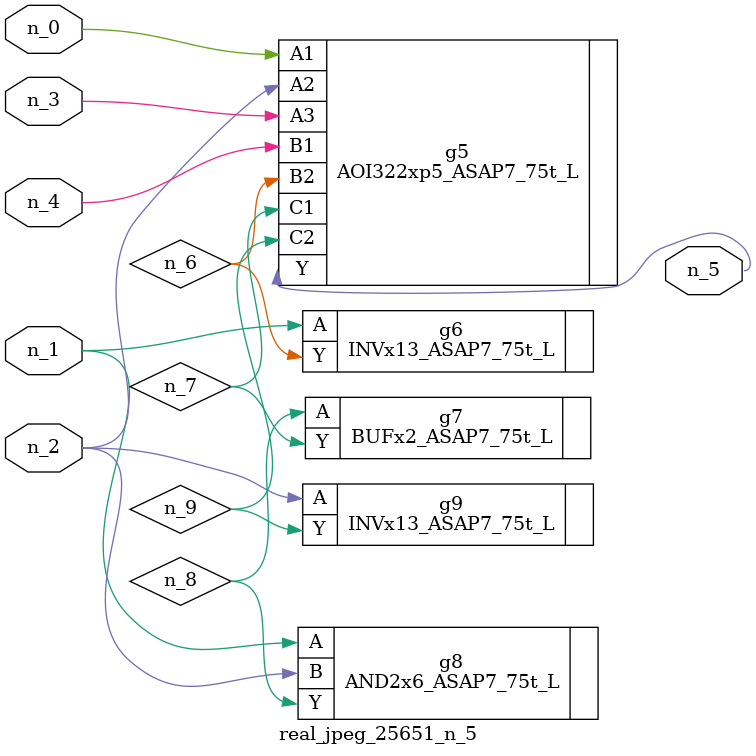
<source format=v>
module real_jpeg_25651_n_5 (n_4, n_0, n_1, n_2, n_3, n_5);

input n_4;
input n_0;
input n_1;
input n_2;
input n_3;

output n_5;

wire n_8;
wire n_6;
wire n_7;
wire n_9;

AOI322xp5_ASAP7_75t_L g5 ( 
.A1(n_0),
.A2(n_2),
.A3(n_3),
.B1(n_4),
.B2(n_6),
.C1(n_7),
.C2(n_9),
.Y(n_5)
);

INVx13_ASAP7_75t_L g6 ( 
.A(n_1),
.Y(n_6)
);

AND2x6_ASAP7_75t_L g8 ( 
.A(n_1),
.B(n_2),
.Y(n_8)
);

INVx13_ASAP7_75t_L g9 ( 
.A(n_2),
.Y(n_9)
);

BUFx2_ASAP7_75t_L g7 ( 
.A(n_8),
.Y(n_7)
);


endmodule
</source>
